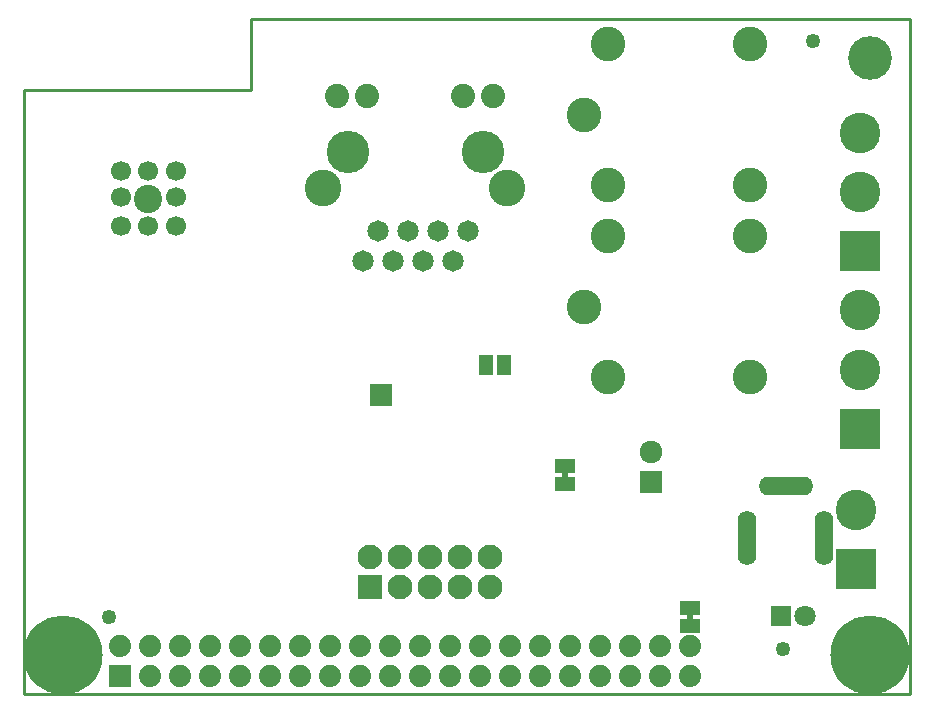
<source format=gbr>
G04 #@! TF.FileFunction,Soldermask,Bot*
%FSLAX46Y46*%
G04 Gerber Fmt 4.6, Leading zero omitted, Abs format (unit mm)*
G04 Created by KiCad (PCBNEW no-vcs-found-undefined) date Wed Nov  9 17:16:08 2016*
%MOMM*%
%LPD*%
G01*
G04 APERTURE LIST*
%ADD10C,0.100000*%
%ADD11C,0.254000*%
%ADD12C,3.600000*%
%ADD13C,2.050000*%
%ADD14C,3.100000*%
%ADD15C,1.810000*%
%ADD16R,0.508000X0.609600*%
%ADD17R,1.701800X1.270000*%
%ADD18R,1.270000X1.701800*%
%ADD19C,3.700000*%
%ADD20C,1.700000*%
%ADD21C,2.400000*%
%ADD22R,1.800000X1.800000*%
%ADD23C,1.800000*%
%ADD24C,1.924000*%
%ADD25R,1.924000X1.924000*%
%ADD26C,3.448000*%
%ADD27R,3.448000X3.448000*%
%ADD28O,1.601600X4.601600*%
%ADD29O,4.601600X1.601600*%
%ADD30C,2.940000*%
%ADD31R,1.822400X1.822400*%
%ADD32R,2.100000X2.100000*%
%ADD33C,2.100000*%
%ADD34C,6.700000*%
%ADD35C,1.600000*%
%ADD36C,1.879600*%
%ADD37R,1.879600X1.879600*%
%ADD38C,1.254000*%
G04 APERTURE END LIST*
D10*
D11*
X88976200Y-67056000D02*
X144723000Y-67056000D01*
X88976200Y-73075800D02*
X88976200Y-67056000D01*
X69720000Y-73075800D02*
X88976200Y-73075800D01*
X69720000Y-124200000D02*
X69720000Y-73075800D01*
X144723000Y-124206000D02*
X144723000Y-67056000D01*
X69723000Y-124206000D02*
X144723000Y-124206000D01*
D12*
X97155000Y-78359000D03*
X108585000Y-78359000D03*
D13*
X106940000Y-73610500D03*
X96260000Y-73610500D03*
D14*
X95070000Y-81409000D03*
X110670000Y-81409000D03*
D13*
X109480000Y-73610500D03*
X98800000Y-73610500D03*
D15*
X98435000Y-87599000D03*
X99705000Y-85059000D03*
X100975000Y-87599000D03*
X102245000Y-85059000D03*
X103515000Y-87599000D03*
X104785000Y-85059000D03*
X106055000Y-87599000D03*
X107325000Y-85059000D03*
D16*
X126111000Y-117729000D03*
D17*
X126111000Y-118491000D03*
X126111000Y-116967000D03*
X126111000Y-116967000D03*
D16*
X115570000Y-105664000D03*
D17*
X115570000Y-104902000D03*
X115570000Y-106426000D03*
X115570000Y-106426000D03*
D18*
X108839000Y-96393000D03*
X110363000Y-96393000D03*
X110363000Y-96393000D03*
D19*
X141351000Y-70358000D03*
D20*
X77939900Y-84632800D03*
D21*
X80251300Y-82296000D03*
D20*
X82613500Y-84632800D03*
X77939900Y-79933800D03*
X82613500Y-79933800D03*
X80251300Y-79933800D03*
X80251300Y-84632800D03*
X77939900Y-82169000D03*
X82613500Y-82169000D03*
D22*
X133865620Y-117624860D03*
D23*
X135877300Y-117622320D03*
D24*
X122809000Y-103759000D03*
D25*
X122809000Y-106299000D03*
D26*
X140500000Y-91774000D03*
D27*
X140500000Y-101774000D03*
D26*
X140500000Y-96774000D03*
X140500000Y-81774000D03*
D27*
X140500000Y-86774000D03*
D26*
X140500000Y-76774000D03*
D28*
X130937000Y-111049000D03*
X137437000Y-111049000D03*
D29*
X134237000Y-106599000D03*
D26*
X140208000Y-108625000D03*
D27*
X140208000Y-113625000D03*
D30*
X119176000Y-97440000D03*
X119176000Y-85440000D03*
X131176000Y-85440000D03*
X131176000Y-97440000D03*
X117176000Y-91440000D03*
X117176000Y-75184000D03*
X131176000Y-81184000D03*
X131176000Y-69184000D03*
X119176000Y-69184000D03*
X119176000Y-81184000D03*
D31*
X99949000Y-98933000D03*
D32*
X99060000Y-115189000D03*
D33*
X99060000Y-112649000D03*
X101600000Y-115189000D03*
X101600000Y-112649000D03*
X104140000Y-115189000D03*
X104140000Y-112649000D03*
X106680000Y-115189000D03*
X106680000Y-112649000D03*
X109220000Y-115189000D03*
X109220000Y-112649000D03*
D34*
X141351000Y-120904000D03*
D35*
X141351000Y-118491000D03*
X141351000Y-123317000D03*
X139700000Y-119253000D03*
X143002000Y-119253000D03*
X139700000Y-122682000D03*
X143002000Y-122555000D03*
X143764000Y-120904000D03*
X138938000Y-120904000D03*
X70612000Y-120904000D03*
X75438000Y-120904000D03*
X74676000Y-122555000D03*
X71374000Y-122682000D03*
X74676000Y-119253000D03*
X71374000Y-119253000D03*
X73025000Y-123317000D03*
X73025000Y-118491000D03*
D34*
X73025000Y-120904000D03*
D36*
X126111000Y-120142000D03*
X126111000Y-122682000D03*
X123571000Y-120142000D03*
X123571000Y-122682000D03*
X121031000Y-120142000D03*
X121031000Y-122682000D03*
X118491000Y-120142000D03*
X118491000Y-122682000D03*
X115951000Y-120142000D03*
X115951000Y-122682000D03*
X105791000Y-120142000D03*
X105791000Y-122682000D03*
X103251000Y-120142000D03*
X103251000Y-122682000D03*
X108331000Y-122682000D03*
X108331000Y-120142000D03*
X110871000Y-120142000D03*
X110871000Y-122682000D03*
X113411000Y-122682000D03*
X113411000Y-120142000D03*
X88011000Y-120142000D03*
X88011000Y-122682000D03*
X85471000Y-122682000D03*
X85471000Y-120142000D03*
X82931000Y-120142000D03*
X82931000Y-122682000D03*
D37*
X77851000Y-122682000D03*
D36*
X77851000Y-120142000D03*
X80391000Y-122682000D03*
X80391000Y-120142000D03*
X90551000Y-122682000D03*
X90551000Y-120142000D03*
X93091000Y-122682000D03*
X93091000Y-120142000D03*
X95631000Y-122682000D03*
X95631000Y-120142000D03*
X98171000Y-122682000D03*
X98171000Y-120142000D03*
X100711000Y-122682000D03*
X100711000Y-120142000D03*
D38*
X76962000Y-117729000D03*
X133985000Y-120396000D03*
X136525000Y-68961000D03*
M02*

</source>
